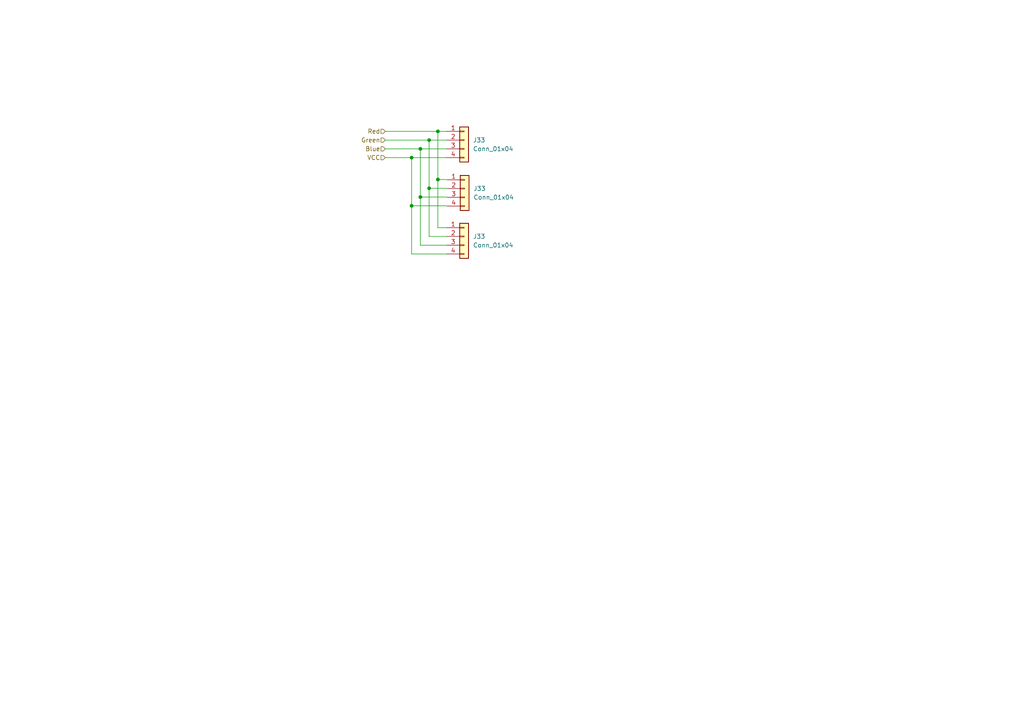
<source format=kicad_sch>
(kicad_sch (version 20230121) (generator eeschema)
  (paper "A4")
  (lib_symbols
    (symbol "Connector_Generic:Conn_01x04" (pin_names (offset 1.016) hide)
      (property "Reference" "J" (at 0 5.08 0))
      (property "Value" "Conn_01x04" (at 0 -7.62 0))
      (symbol "Conn_01x04_1_1"
        (rectangle (start -1.27 -4.953) (end 0 -5.207) (stroke (width 0.1524)))
        (rectangle (start -1.27 -2.413) (end 0 -2.667) (stroke (width 0.1524)))
        (rectangle (start -1.27 0.127) (end 0 -0.127) (stroke (width 0.1524)))
        (rectangle (start -1.27 2.667) (end 0 2.413) (stroke (width 0.1524)))
        (rectangle (start -1.27 3.81) (end 1.27 -6.35) (stroke (width 0.254)) (fill (type background)))
        (pin passive line (at -5.08 2.54 0) (length 3.81) (name "Pin_1") (number "1"))
        (pin passive line (at -5.08 0 0) (length 3.81) (name "Pin_2") (number "2"))
        (pin passive line (at -5.08 -2.54 0) (length 3.81) (name "Pin_3") (number "3"))
        (pin passive line (at -5.08 -5.08 0) (length 3.81) (name "Pin_4") (number "4"))
      )
    )
  )
  (junction (at 121.92 43.18))
  (junction (at 124.46 40.64))
  (junction (at 127 52.07))
  (junction (at 119.38 59.69))
  (junction (at 124.46 54.61))
  (junction (at 121.92 57.15))
  (junction (at 119.38 45.72))
  (junction (at 127 38.1))
  (wire (pts (xy 111.76 45.72) (xy 119.38 45.72)))
  (wire (pts (xy 119.38 45.72) (xy 129.54 45.72)))
  (wire (pts (xy 129.54 52.07) (xy 127 52.07)))
  (wire (pts (xy 129.54 71.12) (xy 121.92 71.12)))
  (wire (pts (xy 129.54 68.58) (xy 124.46 68.58)))
  (wire (pts (xy 129.54 59.69) (xy 119.38 59.69)))
  (wire (pts (xy 127 52.07) (xy 127 38.1)))
  (wire (pts (xy 124.46 40.64) (xy 129.54 40.64)))
  (wire (pts (xy 129.54 66.04) (xy 127 66.04)))
  (wire (pts (xy 127 38.1) (xy 129.54 38.1)))
  (wire (pts (xy 129.54 57.15) (xy 121.92 57.15)))
  (wire (pts (xy 129.54 73.66) (xy 119.38 73.66)))
  (wire (pts (xy 111.76 40.64) (xy 124.46 40.64)))
  (wire (pts (xy 124.46 68.58) (xy 124.46 54.61)))
  (wire (pts (xy 121.92 71.12) (xy 121.92 57.15)))
  (wire (pts (xy 119.38 59.69) (xy 119.38 45.72)))
  (wire (pts (xy 129.54 54.61) (xy 124.46 54.61)))
  (wire (pts (xy 127 52.07) (xy 127 66.04)))
  (wire (pts (xy 121.92 57.15) (xy 121.92 43.18)))
  (wire (pts (xy 111.76 43.18) (xy 121.92 43.18)))
  (wire (pts (xy 121.92 43.18) (xy 129.54 43.18)))
  (wire (pts (xy 111.76 38.1) (xy 127 38.1)))
  (wire (pts (xy 119.38 73.66) (xy 119.38 59.69)))
  (wire (pts (xy 124.46 54.61) (xy 124.46 40.64)))
  (hierarchical_label "Green" (shape input) (at 111.76 40.64 180))
  (hierarchical_label "Blue" (shape input) (at 111.76 43.18 180))
  (hierarchical_label "VCC" (shape input) (at 111.76 45.72 180))
  (hierarchical_label "Red" (shape input) (at 111.76 38.1 180))
  (symbol (lib_id "Connector_Generic:Conn_01x04") (at 134.62 40.64 0) (unit 1)
    (property "Reference" "J33" (at 137.16 40.64 0) (effects (justify left)))
    (property "Value" "Conn_01x04" (at 137.16 43.18 0) (effects (justify left)))
    (property "Footprint" "Connector_PinHeader_2.54mm:PinHeader_1x04_P2.54mm_Vertical" (effects hide))
    (instances (project "Cloud-Star-Lights-PCB" (path "" (reference "J33") (unit 1)) (path "" (reference "J33") (unit 1)) (path "" (reference "J36") (unit 1)) (path "" (reference "J39") (unit 1)) (path "" (reference "J42") (unit 1)) (path "" (reference "J45") (unit 1))))
  )
  (symbol (lib_id "Connector_Generic:Conn_01x04") (at 134.62 68.58 0) (unit 1)
    (property "Reference" "J33" (at 137.16 68.58 0) (effects (justify left)))
    (property "Value" "Conn_01x04" (at 137.16 71.12 0) (effects (justify left)))
    (property "Footprint" "Connector_PinHeader_2.54mm:PinHeader_1x04_P2.54mm_Vertical" (effects hide))
    (instances (project "Cloud-Star-Lights-PCB" (path "" (reference "J33") (unit 1)) (path "" (reference "J35") (unit 1)) (path "" (reference "J38") (unit 1)) (path "" (reference "J41") (unit 1)) (path "" (reference "J44") (unit 1)) (path "" (reference "J53") (unit 1))))
  )
  (symbol (lib_id "Connector_Generic:Conn_01x04") (at 134.7586 54.6962 0) (unit 1)
    (property "Reference" "J33" (at 137.2986 54.6962 0) (effects (justify left)))
    (property "Value" "Conn_01x04" (at 137.2986 57.2362 0) (effects (justify left)))
    (property "Footprint" "Connector_PinHeader_2.54mm:PinHeader_1x04_P2.54mm_Vertical" (effects hide))
    (instances (project "Cloud-Star-Lights-PCB" (path "" (reference "J33") (unit 1)) (path "" (reference "J34") (unit 1)) (path "" (reference "J37") (unit 1)) (path "" (reference "J40") (unit 1)) (path "" (reference "J43") (unit 1)) (path "" (reference "J52") (unit 1))))
  )
)
</source>
